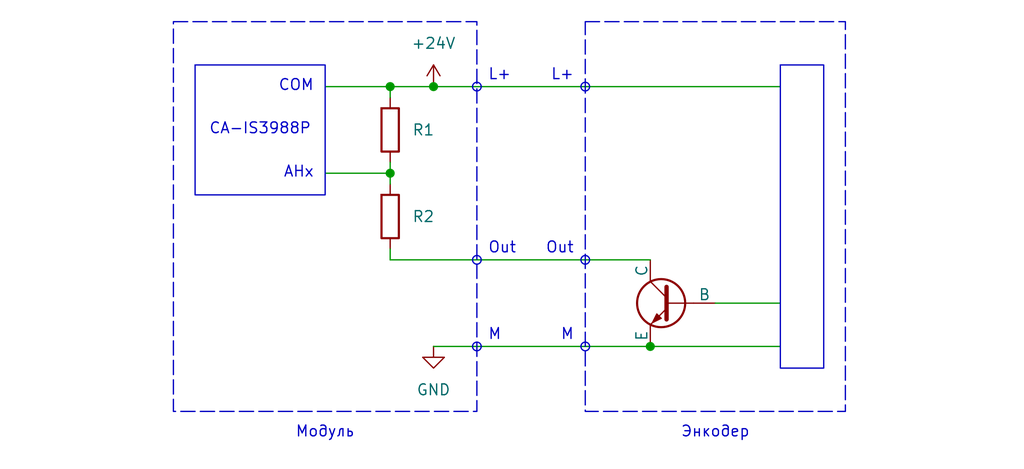
<source format=kicad_sch>
(kicad_sch (version 20250114) (generator "eeschema") (generator_version "9.0")
  (paper "User" 120 55)
  (lib_symbols
    (symbol "Device:R" (pin_numbers (hide yes)) (pin_names (offset 0))
      (property "Reference" "R" (at 2.032 0 90))
      (property "Value" "R" (at 0 0 90))
      (symbol "R_0_1"
        (rectangle (start -1.016 -2.54) (end 1.016 2.54) (stroke (width 0.254)))
      )
      (symbol "R_1_1"
        (pin passive line (at 0 3.81 270) (length 1.27) (name "~") (number "1"))
        (pin passive line (at 0 -3.81 90) (length 1.27) (name "~") (number "2"))
      )
    )
    (symbol "Transistor_BJT:BC107" (pin_numbers (hide yes)) (pin_names (offset 0))
      (property "Reference" "Q" (at 5.08 1.905 0))
      (property "Value" "BC107" (at 5.08 0 0))
      (symbol "BC107_0_1"
        (polyline (pts (xy -2.54 0) (xy 0.635 0)))
        (polyline (pts (xy 0.635 1.905) (xy 0.635 -1.905)) (stroke (width 0.508)))
        (circle (center 1.27 0) (radius 2.8194) (stroke (width 0.254)))
      )
      (symbol "BC107_1_1"
        (polyline (pts (xy 0.635 0.635) (xy 2.54 2.54)))
        (polyline (pts (xy 0.635 -0.635) (xy 2.54 -2.54)))
        (polyline (pts (xy 1.27 -1.778) (xy 1.778 -1.27) (xy 2.286 -2.286) (xy 1.27 -1.778)) (fill (type outline)))
        (pin input line (at -5.08 0 0) (length 2.54) (name "B") (number "2"))
        (pin passive line (at 2.54 5.08 270) (length 2.54) (name "C") (number "3"))
        (pin passive line (at 2.54 -5.08 90) (length 2.54) (name "E") (number "1"))
      )
    )
    (symbol "power:+24V" (power) (pin_numbers (hide yes)) (pin_names (offset 0) (hide yes))
      (property "Value" "+24V" (at 0 3.556 0))
      (symbol "+24V_0_1"
        (polyline (pts (xy -0.762 1.27) (xy 0 2.54)))
        (polyline (pts (xy 0 2.54) (xy 0.762 1.27)))
        (polyline (pts (xy 0 0) (xy 0 2.54)))
      )
      (symbol "+24V_1_1"
        (pin power_in line (at 0 0 90) (length 0) (name "~") (number "1"))
      )
    )
    (symbol "power:GND" (power) (pin_numbers (hide yes)) (pin_names (offset 0) (hide yes))
      (property "Value" "GND" (at 0 -3.81 0))
      (symbol "GND_0_1"
        (polyline (pts (xy 0 0) (xy 0 -1.27) (xy 1.27 -1.27) (xy 0 -2.54) (xy -1.27 -1.27) (xy 0 -1.27)))
      )
      (symbol "GND_1_1"
        (pin power_in line (at 0 0 270) (length 0) (name "~") (number "1"))
      )
    )
  )
  (rectangle (start 68.58 2.54) (end 99.06 48.26) (stroke (width 0) (type dash)))
  (circle (center 55.88 30.48) (radius 0.508) (fill (type color)))
  (circle (center 68.58 10.16) (radius 0.508) (fill (type color)))
  (circle (center 68.58 40.64) (radius 0.508) (fill (type color)))
  (rectangle (start 20.32 2.54) (end 55.88 48.26) (stroke (width 0) (type dash)))
  (rectangle (start 91.44 7.62) (end 96.52 43.18))
  (circle (center 55.88 40.64) (radius 0.508) (fill (type color)))
  (rectangle (start 22.86 7.62) (end 38.1 22.86))
  (circle (center 55.88 10.16) (radius 0.508) (fill (type color)))
  (circle (center 68.58 30.48) (radius 0.508) (fill (type color)))
  (text "CA-IS3988P" (at 30.48 15.24 0) (effects (font (size 1.27 1.27))))
  (text "L+" (at 57.15 8.89 0) (effects (font (size 1.27 1.27)) (justify left)))
  (text "COM" (at 36.83 10.16 0) (effects (font (size 1.27 1.27)) (justify right)))
  (text "Модуль" (at 38.1 50.8 0) (effects (font (size 1.27 1.27))))
  (text "Out" (at 67.31 29.21 0) (effects (font (size 1.27 1.27)) (justify right)))
  (text "M" (at 67.31 39.37 0) (effects (font (size 1.27 1.27)) (justify right)))
  (text "AHx" (at 36.83 20.32 0) (effects (font (size 1.27 1.27)) (justify right)))
  (text "M" (at 57.15 39.37 0) (effects (font (size 1.27 1.27)) (justify left)))
  (text "Out" (at 57.15 29.21 0) (effects (font (size 1.27 1.27)) (justify left)))
  (text "L+" (at 67.31 8.89 0) (effects (font (size 1.27 1.27)) (justify right)))
  (text "Энкодер" (at 83.82 50.8 0) (effects (font (size 1.27 1.27))))
  (junction (at 50.8 10.16))
  (junction (at 76.2 40.64))
  (junction (at 45.72 20.32))
  (junction (at 45.72 10.16))
  (wire (pts (xy 45.72 11.43) (xy 45.72 10.16)))
  (wire (pts (xy 50.8 10.16) (xy 91.44 10.16)))
  (wire (pts (xy 45.72 30.48) (xy 76.2 30.48)))
  (wire (pts (xy 38.1 20.32) (xy 45.72 20.32)))
  (wire (pts (xy 76.2 40.64) (xy 91.44 40.64)))
  (wire (pts (xy 83.82 35.56) (xy 91.44 35.56)))
  (wire (pts (xy 50.8 40.64) (xy 76.2 40.64)))
  (wire (pts (xy 45.72 30.48) (xy 45.72 29.21)))
  (wire (pts (xy 38.1 10.16) (xy 45.72 10.16)))
  (wire (pts (xy 45.72 10.16) (xy 50.8 10.16)))
  (wire (pts (xy 45.72 20.32) (xy 45.72 21.59)))
  (wire (pts (xy 45.72 19.05) (xy 45.72 20.32)))
  (symbol (lib_id "power:GND") (at 50.8 40.64 0) (unit 1)
    (property "Reference" "#PWR04" (effects (hide yes)))
    (property "Value" "GND" (at 50.8 45.72 0))
    (property "Description" "Power symbol creates a global label with name \"GND\" , ground" (effects (hide yes)))
  )
  (symbol (lib_id "power:+24V") (at 50.8 10.16 0) (unit 1)
    (property "Reference" "#PWR03" (effects (hide yes)))
    (property "Value" "+24V" (at 50.8 5.08 0))
    (property "Description" "Power symbol creates a global label with name \"+24V\"" (effects (hide yes)))
  )
  (symbol (lib_id "Device:R") (at 45.72 15.24 0) (unit 1)
    (property "Reference" "R1" (at 48.26 15.2399 0) (effects (justify left)))
    (property "Value" "R" (effects (hide yes)))
    (property "Description" "Resistor" (effects (hide yes)))
  )
  (symbol (lib_id "Device:R") (at 45.72 25.4 0) (unit 1)
    (property "Reference" "R2" (at 48.26 25.4 0) (effects (justify left)))
    (property "Value" "R" (effects (hide yes)))
    (property "Description" "Resistor" (effects (hide yes)))
  )
  (symbol (lib_id "Transistor_BJT:BC107") (at 78.74 35.56 0) (mirror y) (unit 1)
    (property "Reference" "Q2" (effects (hide yes)))
    (property "Value" "BC107" (effects (hide yes)))
    (property "Footprint" "Package_TO_SOT_THT:TO-18-3" (effects (hide yes)))
    (property "Datasheet" "http://www.b-kainka.de/Daten/Transistor/BC108.pdf" (effects (hide yes)))
    (property "Description" "0.1A Ic, 50V Vce, Low Noise General Purpose NPN Transistor, TO-18" (effects (hide yes)))
  )
)
</source>
